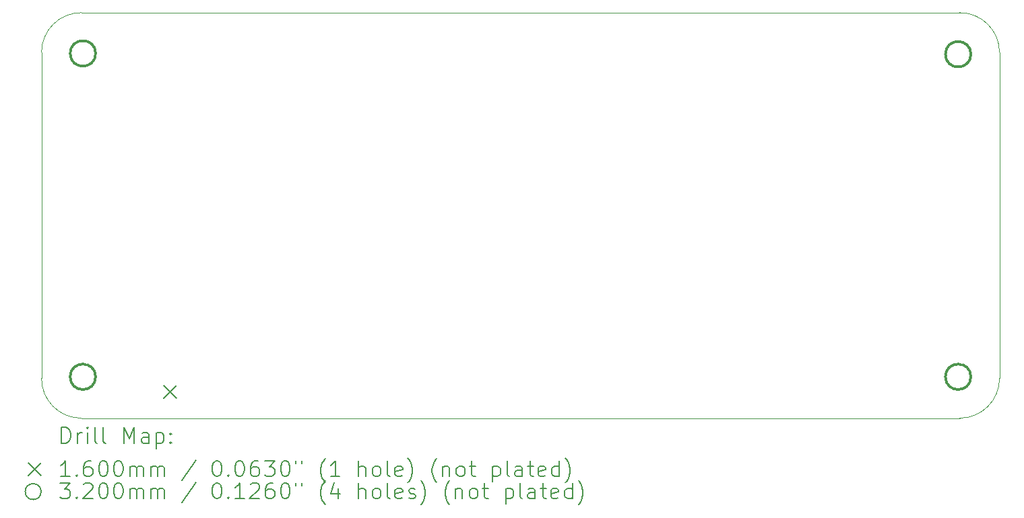
<source format=gbr>
%TF.GenerationSoftware,KiCad,Pcbnew,(6.0.8)*%
%TF.CreationDate,2023-07-25T16:12:53-04:00*%
%TF.ProjectId,Hybrid USB Hub (USB3.0),48796272-6964-4205-9553-422048756220,v1.0*%
%TF.SameCoordinates,Original*%
%TF.FileFunction,Drillmap*%
%TF.FilePolarity,Positive*%
%FSLAX45Y45*%
G04 Gerber Fmt 4.5, Leading zero omitted, Abs format (unit mm)*
G04 Created by KiCad (PCBNEW (6.0.8)) date 2023-07-25 16:12:53*
%MOMM*%
%LPD*%
G01*
G04 APERTURE LIST*
%ADD10C,0.100000*%
%ADD11C,0.200000*%
%ADD12C,0.160000*%
%ADD13C,0.320000*%
G04 APERTURE END LIST*
D10*
X20720000Y-8197107D02*
X20720000Y-12300000D01*
X8680000Y-12300000D02*
G75*
G03*
X9180000Y-12800000I500000J0D01*
G01*
X9180000Y-7697107D02*
G75*
G03*
X8680000Y-8197107I0J-500000D01*
G01*
X9180000Y-12800000D02*
X20220000Y-12800000D01*
X8680000Y-12300000D02*
X8680000Y-8197107D01*
X9180000Y-7697107D02*
X20220000Y-7697107D01*
X20720003Y-8197107D02*
G75*
G03*
X20220000Y-7697107I-500003J-3D01*
G01*
X20220000Y-12800000D02*
G75*
G03*
X20720000Y-12300000I0J500000D01*
G01*
D11*
D12*
X10219500Y-12390000D02*
X10379500Y-12550000D01*
X10379500Y-12390000D02*
X10219500Y-12550000D01*
D13*
X9360000Y-8210000D02*
G75*
G03*
X9360000Y-8210000I-160000J0D01*
G01*
X9360000Y-12280000D02*
G75*
G03*
X9360000Y-12280000I-160000J0D01*
G01*
X20360000Y-8220000D02*
G75*
G03*
X20360000Y-8220000I-160000J0D01*
G01*
X20360000Y-12280000D02*
G75*
G03*
X20360000Y-12280000I-160000J0D01*
G01*
D11*
X8932619Y-13115476D02*
X8932619Y-12915476D01*
X8980238Y-12915476D01*
X9008810Y-12925000D01*
X9027857Y-12944048D01*
X9037381Y-12963095D01*
X9046905Y-13001190D01*
X9046905Y-13029762D01*
X9037381Y-13067857D01*
X9027857Y-13086905D01*
X9008810Y-13105952D01*
X8980238Y-13115476D01*
X8932619Y-13115476D01*
X9132619Y-13115476D02*
X9132619Y-12982143D01*
X9132619Y-13020238D02*
X9142143Y-13001190D01*
X9151667Y-12991667D01*
X9170714Y-12982143D01*
X9189762Y-12982143D01*
X9256429Y-13115476D02*
X9256429Y-12982143D01*
X9256429Y-12915476D02*
X9246905Y-12925000D01*
X9256429Y-12934524D01*
X9265952Y-12925000D01*
X9256429Y-12915476D01*
X9256429Y-12934524D01*
X9380238Y-13115476D02*
X9361190Y-13105952D01*
X9351667Y-13086905D01*
X9351667Y-12915476D01*
X9485000Y-13115476D02*
X9465952Y-13105952D01*
X9456429Y-13086905D01*
X9456429Y-12915476D01*
X9713571Y-13115476D02*
X9713571Y-12915476D01*
X9780238Y-13058333D01*
X9846905Y-12915476D01*
X9846905Y-13115476D01*
X10027857Y-13115476D02*
X10027857Y-13010714D01*
X10018333Y-12991667D01*
X9999286Y-12982143D01*
X9961190Y-12982143D01*
X9942143Y-12991667D01*
X10027857Y-13105952D02*
X10008810Y-13115476D01*
X9961190Y-13115476D01*
X9942143Y-13105952D01*
X9932619Y-13086905D01*
X9932619Y-13067857D01*
X9942143Y-13048809D01*
X9961190Y-13039286D01*
X10008810Y-13039286D01*
X10027857Y-13029762D01*
X10123095Y-12982143D02*
X10123095Y-13182143D01*
X10123095Y-12991667D02*
X10142143Y-12982143D01*
X10180238Y-12982143D01*
X10199286Y-12991667D01*
X10208810Y-13001190D01*
X10218333Y-13020238D01*
X10218333Y-13077381D01*
X10208810Y-13096428D01*
X10199286Y-13105952D01*
X10180238Y-13115476D01*
X10142143Y-13115476D01*
X10123095Y-13105952D01*
X10304048Y-13096428D02*
X10313571Y-13105952D01*
X10304048Y-13115476D01*
X10294524Y-13105952D01*
X10304048Y-13096428D01*
X10304048Y-13115476D01*
X10304048Y-12991667D02*
X10313571Y-13001190D01*
X10304048Y-13010714D01*
X10294524Y-13001190D01*
X10304048Y-12991667D01*
X10304048Y-13010714D01*
D12*
X8515000Y-13365000D02*
X8675000Y-13525000D01*
X8675000Y-13365000D02*
X8515000Y-13525000D01*
D11*
X9037381Y-13535476D02*
X8923095Y-13535476D01*
X8980238Y-13535476D02*
X8980238Y-13335476D01*
X8961190Y-13364048D01*
X8942143Y-13383095D01*
X8923095Y-13392619D01*
X9123095Y-13516428D02*
X9132619Y-13525952D01*
X9123095Y-13535476D01*
X9113571Y-13525952D01*
X9123095Y-13516428D01*
X9123095Y-13535476D01*
X9304048Y-13335476D02*
X9265952Y-13335476D01*
X9246905Y-13345000D01*
X9237381Y-13354524D01*
X9218333Y-13383095D01*
X9208810Y-13421190D01*
X9208810Y-13497381D01*
X9218333Y-13516428D01*
X9227857Y-13525952D01*
X9246905Y-13535476D01*
X9285000Y-13535476D01*
X9304048Y-13525952D01*
X9313571Y-13516428D01*
X9323095Y-13497381D01*
X9323095Y-13449762D01*
X9313571Y-13430714D01*
X9304048Y-13421190D01*
X9285000Y-13411667D01*
X9246905Y-13411667D01*
X9227857Y-13421190D01*
X9218333Y-13430714D01*
X9208810Y-13449762D01*
X9446905Y-13335476D02*
X9465952Y-13335476D01*
X9485000Y-13345000D01*
X9494524Y-13354524D01*
X9504048Y-13373571D01*
X9513571Y-13411667D01*
X9513571Y-13459286D01*
X9504048Y-13497381D01*
X9494524Y-13516428D01*
X9485000Y-13525952D01*
X9465952Y-13535476D01*
X9446905Y-13535476D01*
X9427857Y-13525952D01*
X9418333Y-13516428D01*
X9408810Y-13497381D01*
X9399286Y-13459286D01*
X9399286Y-13411667D01*
X9408810Y-13373571D01*
X9418333Y-13354524D01*
X9427857Y-13345000D01*
X9446905Y-13335476D01*
X9637381Y-13335476D02*
X9656429Y-13335476D01*
X9675476Y-13345000D01*
X9685000Y-13354524D01*
X9694524Y-13373571D01*
X9704048Y-13411667D01*
X9704048Y-13459286D01*
X9694524Y-13497381D01*
X9685000Y-13516428D01*
X9675476Y-13525952D01*
X9656429Y-13535476D01*
X9637381Y-13535476D01*
X9618333Y-13525952D01*
X9608810Y-13516428D01*
X9599286Y-13497381D01*
X9589762Y-13459286D01*
X9589762Y-13411667D01*
X9599286Y-13373571D01*
X9608810Y-13354524D01*
X9618333Y-13345000D01*
X9637381Y-13335476D01*
X9789762Y-13535476D02*
X9789762Y-13402143D01*
X9789762Y-13421190D02*
X9799286Y-13411667D01*
X9818333Y-13402143D01*
X9846905Y-13402143D01*
X9865952Y-13411667D01*
X9875476Y-13430714D01*
X9875476Y-13535476D01*
X9875476Y-13430714D02*
X9885000Y-13411667D01*
X9904048Y-13402143D01*
X9932619Y-13402143D01*
X9951667Y-13411667D01*
X9961190Y-13430714D01*
X9961190Y-13535476D01*
X10056429Y-13535476D02*
X10056429Y-13402143D01*
X10056429Y-13421190D02*
X10065952Y-13411667D01*
X10085000Y-13402143D01*
X10113571Y-13402143D01*
X10132619Y-13411667D01*
X10142143Y-13430714D01*
X10142143Y-13535476D01*
X10142143Y-13430714D02*
X10151667Y-13411667D01*
X10170714Y-13402143D01*
X10199286Y-13402143D01*
X10218333Y-13411667D01*
X10227857Y-13430714D01*
X10227857Y-13535476D01*
X10618333Y-13325952D02*
X10446905Y-13583095D01*
X10875476Y-13335476D02*
X10894524Y-13335476D01*
X10913571Y-13345000D01*
X10923095Y-13354524D01*
X10932619Y-13373571D01*
X10942143Y-13411667D01*
X10942143Y-13459286D01*
X10932619Y-13497381D01*
X10923095Y-13516428D01*
X10913571Y-13525952D01*
X10894524Y-13535476D01*
X10875476Y-13535476D01*
X10856429Y-13525952D01*
X10846905Y-13516428D01*
X10837381Y-13497381D01*
X10827857Y-13459286D01*
X10827857Y-13411667D01*
X10837381Y-13373571D01*
X10846905Y-13354524D01*
X10856429Y-13345000D01*
X10875476Y-13335476D01*
X11027857Y-13516428D02*
X11037381Y-13525952D01*
X11027857Y-13535476D01*
X11018333Y-13525952D01*
X11027857Y-13516428D01*
X11027857Y-13535476D01*
X11161190Y-13335476D02*
X11180238Y-13335476D01*
X11199286Y-13345000D01*
X11208809Y-13354524D01*
X11218333Y-13373571D01*
X11227857Y-13411667D01*
X11227857Y-13459286D01*
X11218333Y-13497381D01*
X11208809Y-13516428D01*
X11199286Y-13525952D01*
X11180238Y-13535476D01*
X11161190Y-13535476D01*
X11142143Y-13525952D01*
X11132619Y-13516428D01*
X11123095Y-13497381D01*
X11113571Y-13459286D01*
X11113571Y-13411667D01*
X11123095Y-13373571D01*
X11132619Y-13354524D01*
X11142143Y-13345000D01*
X11161190Y-13335476D01*
X11399286Y-13335476D02*
X11361190Y-13335476D01*
X11342143Y-13345000D01*
X11332619Y-13354524D01*
X11313571Y-13383095D01*
X11304048Y-13421190D01*
X11304048Y-13497381D01*
X11313571Y-13516428D01*
X11323095Y-13525952D01*
X11342143Y-13535476D01*
X11380238Y-13535476D01*
X11399286Y-13525952D01*
X11408809Y-13516428D01*
X11418333Y-13497381D01*
X11418333Y-13449762D01*
X11408809Y-13430714D01*
X11399286Y-13421190D01*
X11380238Y-13411667D01*
X11342143Y-13411667D01*
X11323095Y-13421190D01*
X11313571Y-13430714D01*
X11304048Y-13449762D01*
X11485000Y-13335476D02*
X11608809Y-13335476D01*
X11542143Y-13411667D01*
X11570714Y-13411667D01*
X11589762Y-13421190D01*
X11599286Y-13430714D01*
X11608809Y-13449762D01*
X11608809Y-13497381D01*
X11599286Y-13516428D01*
X11589762Y-13525952D01*
X11570714Y-13535476D01*
X11513571Y-13535476D01*
X11494524Y-13525952D01*
X11485000Y-13516428D01*
X11732619Y-13335476D02*
X11751667Y-13335476D01*
X11770714Y-13345000D01*
X11780238Y-13354524D01*
X11789762Y-13373571D01*
X11799286Y-13411667D01*
X11799286Y-13459286D01*
X11789762Y-13497381D01*
X11780238Y-13516428D01*
X11770714Y-13525952D01*
X11751667Y-13535476D01*
X11732619Y-13535476D01*
X11713571Y-13525952D01*
X11704048Y-13516428D01*
X11694524Y-13497381D01*
X11685000Y-13459286D01*
X11685000Y-13411667D01*
X11694524Y-13373571D01*
X11704048Y-13354524D01*
X11713571Y-13345000D01*
X11732619Y-13335476D01*
X11875476Y-13335476D02*
X11875476Y-13373571D01*
X11951667Y-13335476D02*
X11951667Y-13373571D01*
X12246905Y-13611667D02*
X12237381Y-13602143D01*
X12218333Y-13573571D01*
X12208809Y-13554524D01*
X12199286Y-13525952D01*
X12189762Y-13478333D01*
X12189762Y-13440238D01*
X12199286Y-13392619D01*
X12208809Y-13364048D01*
X12218333Y-13345000D01*
X12237381Y-13316428D01*
X12246905Y-13306905D01*
X12427857Y-13535476D02*
X12313571Y-13535476D01*
X12370714Y-13535476D02*
X12370714Y-13335476D01*
X12351667Y-13364048D01*
X12332619Y-13383095D01*
X12313571Y-13392619D01*
X12665952Y-13535476D02*
X12665952Y-13335476D01*
X12751667Y-13535476D02*
X12751667Y-13430714D01*
X12742143Y-13411667D01*
X12723095Y-13402143D01*
X12694524Y-13402143D01*
X12675476Y-13411667D01*
X12665952Y-13421190D01*
X12875476Y-13535476D02*
X12856428Y-13525952D01*
X12846905Y-13516428D01*
X12837381Y-13497381D01*
X12837381Y-13440238D01*
X12846905Y-13421190D01*
X12856428Y-13411667D01*
X12875476Y-13402143D01*
X12904048Y-13402143D01*
X12923095Y-13411667D01*
X12932619Y-13421190D01*
X12942143Y-13440238D01*
X12942143Y-13497381D01*
X12932619Y-13516428D01*
X12923095Y-13525952D01*
X12904048Y-13535476D01*
X12875476Y-13535476D01*
X13056428Y-13535476D02*
X13037381Y-13525952D01*
X13027857Y-13506905D01*
X13027857Y-13335476D01*
X13208809Y-13525952D02*
X13189762Y-13535476D01*
X13151667Y-13535476D01*
X13132619Y-13525952D01*
X13123095Y-13506905D01*
X13123095Y-13430714D01*
X13132619Y-13411667D01*
X13151667Y-13402143D01*
X13189762Y-13402143D01*
X13208809Y-13411667D01*
X13218333Y-13430714D01*
X13218333Y-13449762D01*
X13123095Y-13468809D01*
X13285000Y-13611667D02*
X13294524Y-13602143D01*
X13313571Y-13573571D01*
X13323095Y-13554524D01*
X13332619Y-13525952D01*
X13342143Y-13478333D01*
X13342143Y-13440238D01*
X13332619Y-13392619D01*
X13323095Y-13364048D01*
X13313571Y-13345000D01*
X13294524Y-13316428D01*
X13285000Y-13306905D01*
X13646905Y-13611667D02*
X13637381Y-13602143D01*
X13618333Y-13573571D01*
X13608809Y-13554524D01*
X13599286Y-13525952D01*
X13589762Y-13478333D01*
X13589762Y-13440238D01*
X13599286Y-13392619D01*
X13608809Y-13364048D01*
X13618333Y-13345000D01*
X13637381Y-13316428D01*
X13646905Y-13306905D01*
X13723095Y-13402143D02*
X13723095Y-13535476D01*
X13723095Y-13421190D02*
X13732619Y-13411667D01*
X13751667Y-13402143D01*
X13780238Y-13402143D01*
X13799286Y-13411667D01*
X13808809Y-13430714D01*
X13808809Y-13535476D01*
X13932619Y-13535476D02*
X13913571Y-13525952D01*
X13904048Y-13516428D01*
X13894524Y-13497381D01*
X13894524Y-13440238D01*
X13904048Y-13421190D01*
X13913571Y-13411667D01*
X13932619Y-13402143D01*
X13961190Y-13402143D01*
X13980238Y-13411667D01*
X13989762Y-13421190D01*
X13999286Y-13440238D01*
X13999286Y-13497381D01*
X13989762Y-13516428D01*
X13980238Y-13525952D01*
X13961190Y-13535476D01*
X13932619Y-13535476D01*
X14056428Y-13402143D02*
X14132619Y-13402143D01*
X14085000Y-13335476D02*
X14085000Y-13506905D01*
X14094524Y-13525952D01*
X14113571Y-13535476D01*
X14132619Y-13535476D01*
X14351667Y-13402143D02*
X14351667Y-13602143D01*
X14351667Y-13411667D02*
X14370714Y-13402143D01*
X14408809Y-13402143D01*
X14427857Y-13411667D01*
X14437381Y-13421190D01*
X14446905Y-13440238D01*
X14446905Y-13497381D01*
X14437381Y-13516428D01*
X14427857Y-13525952D01*
X14408809Y-13535476D01*
X14370714Y-13535476D01*
X14351667Y-13525952D01*
X14561190Y-13535476D02*
X14542143Y-13525952D01*
X14532619Y-13506905D01*
X14532619Y-13335476D01*
X14723095Y-13535476D02*
X14723095Y-13430714D01*
X14713571Y-13411667D01*
X14694524Y-13402143D01*
X14656428Y-13402143D01*
X14637381Y-13411667D01*
X14723095Y-13525952D02*
X14704048Y-13535476D01*
X14656428Y-13535476D01*
X14637381Y-13525952D01*
X14627857Y-13506905D01*
X14627857Y-13487857D01*
X14637381Y-13468809D01*
X14656428Y-13459286D01*
X14704048Y-13459286D01*
X14723095Y-13449762D01*
X14789762Y-13402143D02*
X14865952Y-13402143D01*
X14818333Y-13335476D02*
X14818333Y-13506905D01*
X14827857Y-13525952D01*
X14846905Y-13535476D01*
X14865952Y-13535476D01*
X15008809Y-13525952D02*
X14989762Y-13535476D01*
X14951667Y-13535476D01*
X14932619Y-13525952D01*
X14923095Y-13506905D01*
X14923095Y-13430714D01*
X14932619Y-13411667D01*
X14951667Y-13402143D01*
X14989762Y-13402143D01*
X15008809Y-13411667D01*
X15018333Y-13430714D01*
X15018333Y-13449762D01*
X14923095Y-13468809D01*
X15189762Y-13535476D02*
X15189762Y-13335476D01*
X15189762Y-13525952D02*
X15170714Y-13535476D01*
X15132619Y-13535476D01*
X15113571Y-13525952D01*
X15104048Y-13516428D01*
X15094524Y-13497381D01*
X15094524Y-13440238D01*
X15104048Y-13421190D01*
X15113571Y-13411667D01*
X15132619Y-13402143D01*
X15170714Y-13402143D01*
X15189762Y-13411667D01*
X15265952Y-13611667D02*
X15275476Y-13602143D01*
X15294524Y-13573571D01*
X15304048Y-13554524D01*
X15313571Y-13525952D01*
X15323095Y-13478333D01*
X15323095Y-13440238D01*
X15313571Y-13392619D01*
X15304048Y-13364048D01*
X15294524Y-13345000D01*
X15275476Y-13316428D01*
X15265952Y-13306905D01*
X8675000Y-13725000D02*
G75*
G03*
X8675000Y-13725000I-100000J0D01*
G01*
X8913571Y-13615476D02*
X9037381Y-13615476D01*
X8970714Y-13691667D01*
X8999286Y-13691667D01*
X9018333Y-13701190D01*
X9027857Y-13710714D01*
X9037381Y-13729762D01*
X9037381Y-13777381D01*
X9027857Y-13796428D01*
X9018333Y-13805952D01*
X8999286Y-13815476D01*
X8942143Y-13815476D01*
X8923095Y-13805952D01*
X8913571Y-13796428D01*
X9123095Y-13796428D02*
X9132619Y-13805952D01*
X9123095Y-13815476D01*
X9113571Y-13805952D01*
X9123095Y-13796428D01*
X9123095Y-13815476D01*
X9208810Y-13634524D02*
X9218333Y-13625000D01*
X9237381Y-13615476D01*
X9285000Y-13615476D01*
X9304048Y-13625000D01*
X9313571Y-13634524D01*
X9323095Y-13653571D01*
X9323095Y-13672619D01*
X9313571Y-13701190D01*
X9199286Y-13815476D01*
X9323095Y-13815476D01*
X9446905Y-13615476D02*
X9465952Y-13615476D01*
X9485000Y-13625000D01*
X9494524Y-13634524D01*
X9504048Y-13653571D01*
X9513571Y-13691667D01*
X9513571Y-13739286D01*
X9504048Y-13777381D01*
X9494524Y-13796428D01*
X9485000Y-13805952D01*
X9465952Y-13815476D01*
X9446905Y-13815476D01*
X9427857Y-13805952D01*
X9418333Y-13796428D01*
X9408810Y-13777381D01*
X9399286Y-13739286D01*
X9399286Y-13691667D01*
X9408810Y-13653571D01*
X9418333Y-13634524D01*
X9427857Y-13625000D01*
X9446905Y-13615476D01*
X9637381Y-13615476D02*
X9656429Y-13615476D01*
X9675476Y-13625000D01*
X9685000Y-13634524D01*
X9694524Y-13653571D01*
X9704048Y-13691667D01*
X9704048Y-13739286D01*
X9694524Y-13777381D01*
X9685000Y-13796428D01*
X9675476Y-13805952D01*
X9656429Y-13815476D01*
X9637381Y-13815476D01*
X9618333Y-13805952D01*
X9608810Y-13796428D01*
X9599286Y-13777381D01*
X9589762Y-13739286D01*
X9589762Y-13691667D01*
X9599286Y-13653571D01*
X9608810Y-13634524D01*
X9618333Y-13625000D01*
X9637381Y-13615476D01*
X9789762Y-13815476D02*
X9789762Y-13682143D01*
X9789762Y-13701190D02*
X9799286Y-13691667D01*
X9818333Y-13682143D01*
X9846905Y-13682143D01*
X9865952Y-13691667D01*
X9875476Y-13710714D01*
X9875476Y-13815476D01*
X9875476Y-13710714D02*
X9885000Y-13691667D01*
X9904048Y-13682143D01*
X9932619Y-13682143D01*
X9951667Y-13691667D01*
X9961190Y-13710714D01*
X9961190Y-13815476D01*
X10056429Y-13815476D02*
X10056429Y-13682143D01*
X10056429Y-13701190D02*
X10065952Y-13691667D01*
X10085000Y-13682143D01*
X10113571Y-13682143D01*
X10132619Y-13691667D01*
X10142143Y-13710714D01*
X10142143Y-13815476D01*
X10142143Y-13710714D02*
X10151667Y-13691667D01*
X10170714Y-13682143D01*
X10199286Y-13682143D01*
X10218333Y-13691667D01*
X10227857Y-13710714D01*
X10227857Y-13815476D01*
X10618333Y-13605952D02*
X10446905Y-13863095D01*
X10875476Y-13615476D02*
X10894524Y-13615476D01*
X10913571Y-13625000D01*
X10923095Y-13634524D01*
X10932619Y-13653571D01*
X10942143Y-13691667D01*
X10942143Y-13739286D01*
X10932619Y-13777381D01*
X10923095Y-13796428D01*
X10913571Y-13805952D01*
X10894524Y-13815476D01*
X10875476Y-13815476D01*
X10856429Y-13805952D01*
X10846905Y-13796428D01*
X10837381Y-13777381D01*
X10827857Y-13739286D01*
X10827857Y-13691667D01*
X10837381Y-13653571D01*
X10846905Y-13634524D01*
X10856429Y-13625000D01*
X10875476Y-13615476D01*
X11027857Y-13796428D02*
X11037381Y-13805952D01*
X11027857Y-13815476D01*
X11018333Y-13805952D01*
X11027857Y-13796428D01*
X11027857Y-13815476D01*
X11227857Y-13815476D02*
X11113571Y-13815476D01*
X11170714Y-13815476D02*
X11170714Y-13615476D01*
X11151667Y-13644048D01*
X11132619Y-13663095D01*
X11113571Y-13672619D01*
X11304048Y-13634524D02*
X11313571Y-13625000D01*
X11332619Y-13615476D01*
X11380238Y-13615476D01*
X11399286Y-13625000D01*
X11408809Y-13634524D01*
X11418333Y-13653571D01*
X11418333Y-13672619D01*
X11408809Y-13701190D01*
X11294524Y-13815476D01*
X11418333Y-13815476D01*
X11589762Y-13615476D02*
X11551667Y-13615476D01*
X11532619Y-13625000D01*
X11523095Y-13634524D01*
X11504048Y-13663095D01*
X11494524Y-13701190D01*
X11494524Y-13777381D01*
X11504048Y-13796428D01*
X11513571Y-13805952D01*
X11532619Y-13815476D01*
X11570714Y-13815476D01*
X11589762Y-13805952D01*
X11599286Y-13796428D01*
X11608809Y-13777381D01*
X11608809Y-13729762D01*
X11599286Y-13710714D01*
X11589762Y-13701190D01*
X11570714Y-13691667D01*
X11532619Y-13691667D01*
X11513571Y-13701190D01*
X11504048Y-13710714D01*
X11494524Y-13729762D01*
X11732619Y-13615476D02*
X11751667Y-13615476D01*
X11770714Y-13625000D01*
X11780238Y-13634524D01*
X11789762Y-13653571D01*
X11799286Y-13691667D01*
X11799286Y-13739286D01*
X11789762Y-13777381D01*
X11780238Y-13796428D01*
X11770714Y-13805952D01*
X11751667Y-13815476D01*
X11732619Y-13815476D01*
X11713571Y-13805952D01*
X11704048Y-13796428D01*
X11694524Y-13777381D01*
X11685000Y-13739286D01*
X11685000Y-13691667D01*
X11694524Y-13653571D01*
X11704048Y-13634524D01*
X11713571Y-13625000D01*
X11732619Y-13615476D01*
X11875476Y-13615476D02*
X11875476Y-13653571D01*
X11951667Y-13615476D02*
X11951667Y-13653571D01*
X12246905Y-13891667D02*
X12237381Y-13882143D01*
X12218333Y-13853571D01*
X12208809Y-13834524D01*
X12199286Y-13805952D01*
X12189762Y-13758333D01*
X12189762Y-13720238D01*
X12199286Y-13672619D01*
X12208809Y-13644048D01*
X12218333Y-13625000D01*
X12237381Y-13596428D01*
X12246905Y-13586905D01*
X12408809Y-13682143D02*
X12408809Y-13815476D01*
X12361190Y-13605952D02*
X12313571Y-13748809D01*
X12437381Y-13748809D01*
X12665952Y-13815476D02*
X12665952Y-13615476D01*
X12751667Y-13815476D02*
X12751667Y-13710714D01*
X12742143Y-13691667D01*
X12723095Y-13682143D01*
X12694524Y-13682143D01*
X12675476Y-13691667D01*
X12665952Y-13701190D01*
X12875476Y-13815476D02*
X12856428Y-13805952D01*
X12846905Y-13796428D01*
X12837381Y-13777381D01*
X12837381Y-13720238D01*
X12846905Y-13701190D01*
X12856428Y-13691667D01*
X12875476Y-13682143D01*
X12904048Y-13682143D01*
X12923095Y-13691667D01*
X12932619Y-13701190D01*
X12942143Y-13720238D01*
X12942143Y-13777381D01*
X12932619Y-13796428D01*
X12923095Y-13805952D01*
X12904048Y-13815476D01*
X12875476Y-13815476D01*
X13056428Y-13815476D02*
X13037381Y-13805952D01*
X13027857Y-13786905D01*
X13027857Y-13615476D01*
X13208809Y-13805952D02*
X13189762Y-13815476D01*
X13151667Y-13815476D01*
X13132619Y-13805952D01*
X13123095Y-13786905D01*
X13123095Y-13710714D01*
X13132619Y-13691667D01*
X13151667Y-13682143D01*
X13189762Y-13682143D01*
X13208809Y-13691667D01*
X13218333Y-13710714D01*
X13218333Y-13729762D01*
X13123095Y-13748809D01*
X13294524Y-13805952D02*
X13313571Y-13815476D01*
X13351667Y-13815476D01*
X13370714Y-13805952D01*
X13380238Y-13786905D01*
X13380238Y-13777381D01*
X13370714Y-13758333D01*
X13351667Y-13748809D01*
X13323095Y-13748809D01*
X13304048Y-13739286D01*
X13294524Y-13720238D01*
X13294524Y-13710714D01*
X13304048Y-13691667D01*
X13323095Y-13682143D01*
X13351667Y-13682143D01*
X13370714Y-13691667D01*
X13446905Y-13891667D02*
X13456428Y-13882143D01*
X13475476Y-13853571D01*
X13485000Y-13834524D01*
X13494524Y-13805952D01*
X13504048Y-13758333D01*
X13504048Y-13720238D01*
X13494524Y-13672619D01*
X13485000Y-13644048D01*
X13475476Y-13625000D01*
X13456428Y-13596428D01*
X13446905Y-13586905D01*
X13808809Y-13891667D02*
X13799286Y-13882143D01*
X13780238Y-13853571D01*
X13770714Y-13834524D01*
X13761190Y-13805952D01*
X13751667Y-13758333D01*
X13751667Y-13720238D01*
X13761190Y-13672619D01*
X13770714Y-13644048D01*
X13780238Y-13625000D01*
X13799286Y-13596428D01*
X13808809Y-13586905D01*
X13885000Y-13682143D02*
X13885000Y-13815476D01*
X13885000Y-13701190D02*
X13894524Y-13691667D01*
X13913571Y-13682143D01*
X13942143Y-13682143D01*
X13961190Y-13691667D01*
X13970714Y-13710714D01*
X13970714Y-13815476D01*
X14094524Y-13815476D02*
X14075476Y-13805952D01*
X14065952Y-13796428D01*
X14056428Y-13777381D01*
X14056428Y-13720238D01*
X14065952Y-13701190D01*
X14075476Y-13691667D01*
X14094524Y-13682143D01*
X14123095Y-13682143D01*
X14142143Y-13691667D01*
X14151667Y-13701190D01*
X14161190Y-13720238D01*
X14161190Y-13777381D01*
X14151667Y-13796428D01*
X14142143Y-13805952D01*
X14123095Y-13815476D01*
X14094524Y-13815476D01*
X14218333Y-13682143D02*
X14294524Y-13682143D01*
X14246905Y-13615476D02*
X14246905Y-13786905D01*
X14256428Y-13805952D01*
X14275476Y-13815476D01*
X14294524Y-13815476D01*
X14513571Y-13682143D02*
X14513571Y-13882143D01*
X14513571Y-13691667D02*
X14532619Y-13682143D01*
X14570714Y-13682143D01*
X14589762Y-13691667D01*
X14599286Y-13701190D01*
X14608809Y-13720238D01*
X14608809Y-13777381D01*
X14599286Y-13796428D01*
X14589762Y-13805952D01*
X14570714Y-13815476D01*
X14532619Y-13815476D01*
X14513571Y-13805952D01*
X14723095Y-13815476D02*
X14704048Y-13805952D01*
X14694524Y-13786905D01*
X14694524Y-13615476D01*
X14885000Y-13815476D02*
X14885000Y-13710714D01*
X14875476Y-13691667D01*
X14856428Y-13682143D01*
X14818333Y-13682143D01*
X14799286Y-13691667D01*
X14885000Y-13805952D02*
X14865952Y-13815476D01*
X14818333Y-13815476D01*
X14799286Y-13805952D01*
X14789762Y-13786905D01*
X14789762Y-13767857D01*
X14799286Y-13748809D01*
X14818333Y-13739286D01*
X14865952Y-13739286D01*
X14885000Y-13729762D01*
X14951667Y-13682143D02*
X15027857Y-13682143D01*
X14980238Y-13615476D02*
X14980238Y-13786905D01*
X14989762Y-13805952D01*
X15008809Y-13815476D01*
X15027857Y-13815476D01*
X15170714Y-13805952D02*
X15151667Y-13815476D01*
X15113571Y-13815476D01*
X15094524Y-13805952D01*
X15085000Y-13786905D01*
X15085000Y-13710714D01*
X15094524Y-13691667D01*
X15113571Y-13682143D01*
X15151667Y-13682143D01*
X15170714Y-13691667D01*
X15180238Y-13710714D01*
X15180238Y-13729762D01*
X15085000Y-13748809D01*
X15351667Y-13815476D02*
X15351667Y-13615476D01*
X15351667Y-13805952D02*
X15332619Y-13815476D01*
X15294524Y-13815476D01*
X15275476Y-13805952D01*
X15265952Y-13796428D01*
X15256428Y-13777381D01*
X15256428Y-13720238D01*
X15265952Y-13701190D01*
X15275476Y-13691667D01*
X15294524Y-13682143D01*
X15332619Y-13682143D01*
X15351667Y-13691667D01*
X15427857Y-13891667D02*
X15437381Y-13882143D01*
X15456428Y-13853571D01*
X15465952Y-13834524D01*
X15475476Y-13805952D01*
X15485000Y-13758333D01*
X15485000Y-13720238D01*
X15475476Y-13672619D01*
X15465952Y-13644048D01*
X15456428Y-13625000D01*
X15437381Y-13596428D01*
X15427857Y-13586905D01*
M02*

</source>
